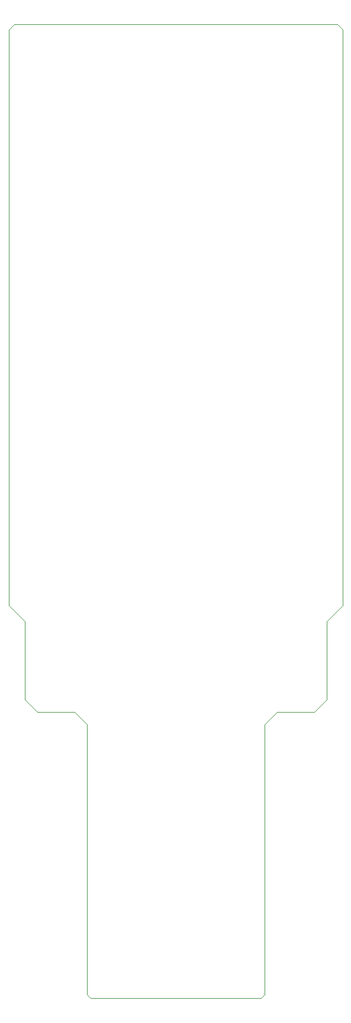
<source format=gm1>
%TF.GenerationSoftware,KiCad,Pcbnew,8.0.3-8.0.3-0~ubuntu24.04.1*%
%TF.CreationDate,2024-06-19T14:37:04-05:00*%
%TF.ProjectId,protopak64,70726f74-6f70-4616-9b36-342e6b696361,rev?*%
%TF.SameCoordinates,Original*%
%TF.FileFunction,Profile,NP*%
%FSLAX46Y46*%
G04 Gerber Fmt 4.6, Leading zero omitted, Abs format (unit mm)*
G04 Created by KiCad (PCBNEW 8.0.3-8.0.3-0~ubuntu24.04.1) date 2024-06-19 14:37:04*
%MOMM*%
%LPD*%
G01*
G04 APERTURE LIST*
%TA.AperFunction,Profile*%
%ADD10C,0.100000*%
%TD*%
G04 APERTURE END LIST*
D10*
X120650000Y-16002000D02*
X166878000Y-16002000D01*
X131064000Y-154686000D02*
X131064000Y-116078000D01*
X123952000Y-114300000D02*
X122174000Y-112522000D01*
X129286000Y-114300000D02*
X123952000Y-114300000D01*
X165354000Y-112522000D02*
X165354000Y-101346000D01*
X122174000Y-112522000D02*
X122174000Y-101346000D01*
X156464000Y-116078000D02*
X158242000Y-114300000D01*
X119888000Y-99060000D02*
X119888000Y-16764000D01*
X166878000Y-16002000D02*
X167640000Y-16764000D01*
X131064000Y-154686000D02*
X131572000Y-155194000D01*
X131572000Y-155194000D02*
X155956000Y-155194000D01*
X163576000Y-114300000D02*
X165354000Y-112522000D01*
X163576000Y-114300000D02*
X158242000Y-114300000D01*
X120650000Y-16002000D02*
X119888000Y-16764000D01*
X155956000Y-155194000D02*
X156464000Y-154686000D01*
X167640000Y-99060000D02*
X165354000Y-101346000D01*
X167640000Y-16764000D02*
X167640000Y-99060000D01*
X122174000Y-101346000D02*
X119888000Y-99060000D01*
X131064000Y-116078000D02*
X129286000Y-114300000D01*
X156464000Y-154686000D02*
X156464000Y-116078000D01*
M02*

</source>
